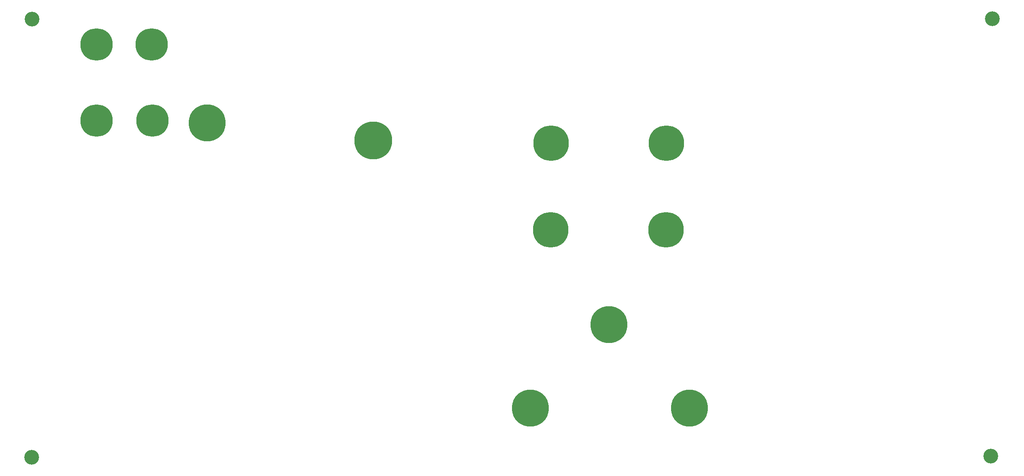
<source format=gbr>
%TF.GenerationSoftware,KiCad,Pcbnew,8.0.8*%
%TF.CreationDate,2025-03-17T16:38:29+00:00*%
%TF.ProjectId,memlnaut_0_1_joystick,6d656d6c-6e61-4757-945f-305f315f6a6f,rev?*%
%TF.SameCoordinates,Original*%
%TF.FileFunction,Soldermask,Top*%
%TF.FilePolarity,Negative*%
%FSLAX46Y46*%
G04 Gerber Fmt 4.6, Leading zero omitted, Abs format (unit mm)*
G04 Created by KiCad (PCBNEW 8.0.8) date 2025-03-17 16:38:29*
%MOMM*%
%LPD*%
G01*
G04 APERTURE LIST*
%ADD10C,3.200000*%
%ADD11C,8.000000*%
%ADD12C,7.000000*%
%ADD13C,7.700000*%
%ADD14C,8.200000*%
G04 APERTURE END LIST*
D10*
%TO.C,REF\u002A\u002A*%
X268040000Y-45390000D03*
%TD*%
%TO.C,REF\u002A\u002A*%
X267740000Y-140240000D03*
%TD*%
%TO.C,REF\u002A\u002A*%
X59980000Y-140540000D03*
%TD*%
%TO.C,REF\u002A\u002A*%
X60030000Y-45430000D03*
%TD*%
D11*
%TO.C,REF\u002A\u002A*%
X97980000Y-67942500D03*
%TD*%
D12*
%TO.C,REF\u002A\u002A*%
X73970000Y-67510001D03*
%TD*%
D13*
%TO.C,REF\u002A\u002A*%
X172410000Y-91150000D03*
%TD*%
D11*
%TO.C,REF\u002A\u002A*%
X202440000Y-129860000D03*
%TD*%
D12*
%TO.C,REF\u002A\u002A*%
X86080000Y-67500001D03*
%TD*%
D14*
%TO.C,REF\u002A\u002A*%
X133980000Y-71750000D03*
%TD*%
D13*
%TO.C,REF\u002A\u002A*%
X197390000Y-91140000D03*
%TD*%
D11*
%TO.C,REF\u002A\u002A*%
X185010000Y-111730000D03*
%TD*%
D13*
%TO.C,*%
X172460000Y-72380000D03*
%TD*%
%TO.C,REF\u002A\u002A*%
X197440000Y-72370000D03*
%TD*%
D12*
%TO.C,REF\u002A\u002A*%
X85990000Y-50930001D03*
%TD*%
D11*
%TO.C,REF\u002A\u002A*%
X167970000Y-129850000D03*
%TD*%
D12*
%TO.C,REF\u002A\u002A*%
X74010000Y-50960000D03*
%TD*%
M02*

</source>
